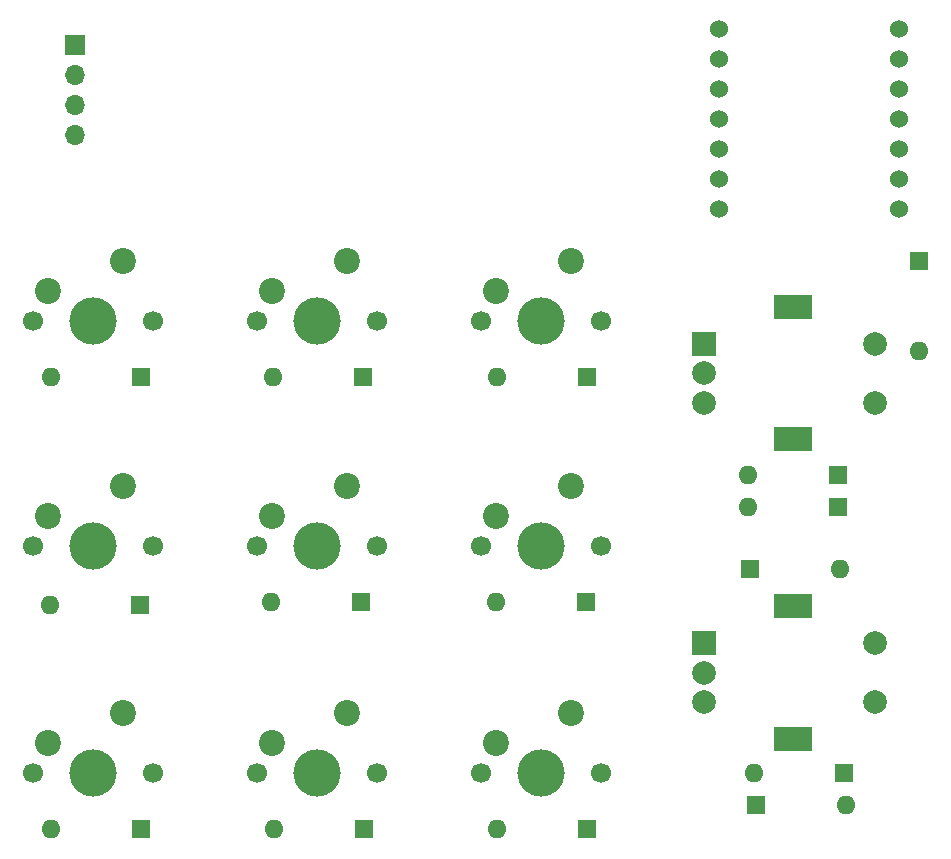
<source format=gbs>
G04 #@! TF.GenerationSoftware,KiCad,Pcbnew,9.0.7*
G04 #@! TF.CreationDate,2026-02-07T16:10:57+01:00*
G04 #@! TF.ProjectId,keyboard,6b657962-6f61-4726-942e-6b696361645f,rev?*
G04 #@! TF.SameCoordinates,Original*
G04 #@! TF.FileFunction,Soldermask,Bot*
G04 #@! TF.FilePolarity,Negative*
%FSLAX46Y46*%
G04 Gerber Fmt 4.6, Leading zero omitted, Abs format (unit mm)*
G04 Created by KiCad (PCBNEW 9.0.7) date 2026-02-07 16:10:57*
%MOMM*%
%LPD*%
G01*
G04 APERTURE LIST*
%ADD10R,2.000000X2.000000*%
%ADD11C,2.000000*%
%ADD12R,3.200000X2.000000*%
%ADD13C,1.700000*%
%ADD14C,4.000000*%
%ADD15C,2.200000*%
%ADD16R,1.700000X1.700000*%
%ADD17O,1.700000X1.700000*%
%ADD18C,1.524000*%
%ADD19R,1.600000X1.600000*%
%ADD20O,1.600000X1.600000*%
G04 APERTURE END LIST*
D10*
G04 #@! TO.C,SW11*
X181250000Y-79500000D03*
D11*
X181250000Y-84500000D03*
X181250000Y-82000000D03*
D12*
X188750000Y-76400000D03*
X188750000Y-87600000D03*
D11*
X195750000Y-84500000D03*
X195750000Y-79500000D03*
G04 #@! TD*
D13*
G04 #@! TO.C,SW4*
X124420000Y-90500000D03*
D14*
X129500000Y-90500000D03*
D13*
X134580000Y-90500000D03*
D15*
X132040000Y-85420000D03*
X125690000Y-87960000D03*
G04 #@! TD*
D13*
G04 #@! TO.C,SW9*
X162380000Y-71250000D03*
D14*
X167460000Y-71250000D03*
D13*
X172540000Y-71250000D03*
D15*
X170000000Y-66170000D03*
X163650000Y-68710000D03*
G04 #@! TD*
D16*
G04 #@! TO.C,J1*
X128000000Y-28880000D03*
D17*
X128000000Y-31420000D03*
X128000000Y-33960000D03*
X128000000Y-36500000D03*
G04 #@! TD*
D18*
G04 #@! TO.C,U1*
X182500000Y-27510000D03*
X182500000Y-30050000D03*
X182500000Y-32590000D03*
X182500000Y-35130000D03*
X182500000Y-37670000D03*
X182500000Y-40210000D03*
X182500000Y-42750000D03*
X197740000Y-42750000D03*
X197740000Y-40210000D03*
X197740000Y-37670000D03*
X197740000Y-35130000D03*
X197740000Y-32590000D03*
X197740000Y-30050000D03*
X197740000Y-27510000D03*
G04 #@! TD*
D13*
G04 #@! TO.C,SW2*
X124420000Y-52250000D03*
D14*
X129500000Y-52250000D03*
D13*
X134580000Y-52250000D03*
D15*
X132040000Y-47170000D03*
X125690000Y-49710000D03*
G04 #@! TD*
D13*
G04 #@! TO.C,SW3*
X124420000Y-71250000D03*
D14*
X129500000Y-71250000D03*
D13*
X134580000Y-71250000D03*
D15*
X132040000Y-66170000D03*
X125690000Y-68710000D03*
G04 #@! TD*
D13*
G04 #@! TO.C,SW10*
X162380000Y-90500000D03*
D14*
X167460000Y-90500000D03*
D13*
X172540000Y-90500000D03*
D15*
X170000000Y-85420000D03*
X163650000Y-87960000D03*
G04 #@! TD*
D10*
G04 #@! TO.C,SW1*
X181250000Y-54150000D03*
D11*
X181250000Y-59150000D03*
X181250000Y-56650000D03*
D12*
X188750000Y-51050000D03*
X188750000Y-62250000D03*
D11*
X195750000Y-59150000D03*
X195750000Y-54150000D03*
G04 #@! TD*
D13*
G04 #@! TO.C,SW8*
X162380000Y-52250000D03*
D14*
X167460000Y-52250000D03*
D13*
X172540000Y-52250000D03*
D15*
X170000000Y-47170000D03*
X163650000Y-49710000D03*
G04 #@! TD*
D13*
G04 #@! TO.C,SW7*
X143420000Y-90500000D03*
D14*
X148500000Y-90500000D03*
D13*
X153580000Y-90500000D03*
D15*
X151040000Y-85420000D03*
X144690000Y-87960000D03*
G04 #@! TD*
D13*
G04 #@! TO.C,SW6*
X143420000Y-71250000D03*
D14*
X148500000Y-71250000D03*
D13*
X153580000Y-71250000D03*
D15*
X151040000Y-66170000D03*
X144690000Y-68710000D03*
G04 #@! TD*
D13*
G04 #@! TO.C,SW5*
X143420000Y-52250000D03*
D14*
X148500000Y-52250000D03*
D13*
X153580000Y-52250000D03*
D15*
X151040000Y-47170000D03*
X144690000Y-49710000D03*
G04 #@! TD*
D19*
G04 #@! TO.C,D1*
X133500000Y-76250000D03*
D20*
X125880000Y-76250000D03*
G04 #@! TD*
D19*
G04 #@! TO.C,D15*
X185130000Y-73250000D03*
D20*
X192750000Y-73250000D03*
G04 #@! TD*
D19*
G04 #@! TO.C,D6*
X171370000Y-57000000D03*
D20*
X163750000Y-57000000D03*
G04 #@! TD*
D19*
G04 #@! TO.C,D2*
X133620000Y-95250000D03*
D20*
X126000000Y-95250000D03*
G04 #@! TD*
D19*
G04 #@! TO.C,D5*
X171250000Y-76000000D03*
D20*
X163630000Y-76000000D03*
G04 #@! TD*
D19*
G04 #@! TO.C,D14*
X185630000Y-93250000D03*
D20*
X193250000Y-93250000D03*
G04 #@! TD*
D19*
G04 #@! TO.C,D10*
X192620000Y-65250000D03*
D20*
X185000000Y-65250000D03*
G04 #@! TD*
D19*
G04 #@! TO.C,D12*
X199500000Y-47130000D03*
D20*
X199500000Y-54750000D03*
G04 #@! TD*
D19*
G04 #@! TO.C,D4*
X171310000Y-95250000D03*
D20*
X163690000Y-95250000D03*
G04 #@! TD*
D19*
G04 #@! TO.C,D7*
X152370000Y-57000000D03*
D20*
X144750000Y-57000000D03*
G04 #@! TD*
D19*
G04 #@! TO.C,D9*
X133620000Y-57000000D03*
D20*
X126000000Y-57000000D03*
G04 #@! TD*
D19*
G04 #@! TO.C,D13*
X193120000Y-90500000D03*
D20*
X185500000Y-90500000D03*
G04 #@! TD*
D19*
G04 #@! TO.C,D8*
X152250000Y-76000000D03*
D20*
X144630000Y-76000000D03*
G04 #@! TD*
D19*
G04 #@! TO.C,D3*
X152500000Y-95250000D03*
D20*
X144880000Y-95250000D03*
G04 #@! TD*
D19*
G04 #@! TO.C,D11*
X192631546Y-67971381D03*
D20*
X185011546Y-67971381D03*
G04 #@! TD*
M02*

</source>
